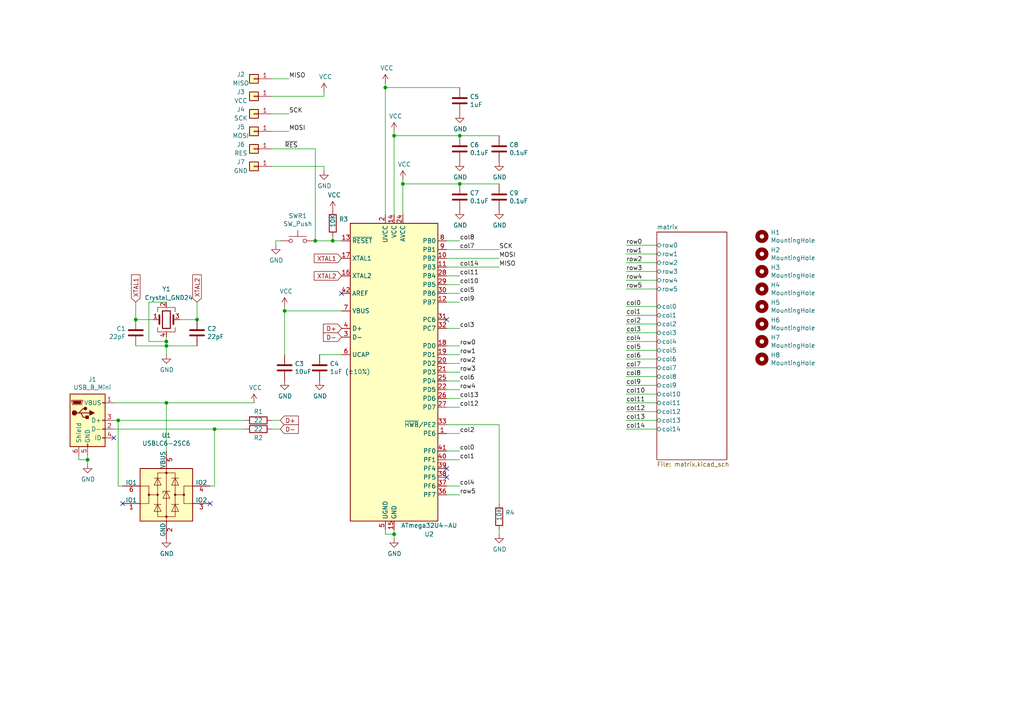
<source format=kicad_sch>
(kicad_sch (version 20211123) (generator eeschema)
  (paper "A4")
  (title_block (title "Adelheid") (rev "2.0") (company "floookay"))
  (lib_symbols
    (symbol "Connector:USB_B_Micro" (pin_names (offset 1.016))
      (property "Reference" "J" (at -5.08 11.43 0))
      (property "Value" "USB_B_Micro" (at -5.08 8.89 0))
      (symbol "USB_B_Micro_0_1"
        (rectangle (start -5.08 -7.62) (end 5.08 7.62) (stroke (width 0.254)) (fill (type background)))
        (circle (center -3.81 2.159) (radius 0.635) (stroke (width 0.254)) (fill (type outline)))
        (circle (center -0.635 3.429) (radius 0.381) (stroke (width 0.254)) (fill (type outline)))
        (rectangle (start -0.127 -7.62) (end 0.127 -6.858))
        (polyline (pts (xy -1.905 2.159) (xy 0.635 2.159)) (stroke (width 0.254)))
        (polyline (pts (xy -3.175 2.159) (xy -2.54 2.159) (xy -1.27 3.429) (xy -0.635 3.429)) (stroke (width 0.254)))
        (polyline (pts (xy -2.54 2.159) (xy -1.905 2.159) (xy -1.27 0.889) (xy 0 0.889)) (stroke (width 0.254)))
        (polyline (pts (xy 0.635 2.794) (xy 0.635 1.524) (xy 1.905 2.159) (xy 0.635 2.794)) (stroke (width 0.254)) (fill (type outline)))
        (polyline (pts (xy -4.318 5.588) (xy -1.778 5.588) (xy -2.032 4.826) (xy -4.064 4.826) (xy -4.318 5.588)) (fill (type outline)))
        (polyline (pts (xy -4.699 5.842) (xy -4.699 5.588) (xy -4.445 4.826) (xy -4.445 4.572) (xy -1.651 4.572) (xy -1.651 4.826) (xy -1.397 5.588) (xy -1.397 5.842) (xy -4.699 5.842)))
        (rectangle (start 0.254 1.27) (end -0.508 0.508) (stroke (width 0.254)) (fill (type outline)))
        (rectangle (start 5.08 -5.207) (end 4.318 -4.953))
        (rectangle (start 5.08 -2.667) (end 4.318 -2.413))
        (rectangle (start 5.08 -0.127) (end 4.318 0.127))
        (rectangle (start 5.08 4.953) (end 4.318 5.207))
      )
      (symbol "USB_B_Micro_1_1"
        (pin power_out line (at 7.62 5.08 180) (length 2.54) (name "VBUS") (number "1"))
        (pin bidirectional line (at 7.62 -2.54 180) (length 2.54) (name "D-") (number "2"))
        (pin bidirectional line (at 7.62 0 180) (length 2.54) (name "D+") (number "3"))
        (pin passive line (at 7.62 -5.08 180) (length 2.54) (name "ID") (number "4"))
        (pin power_out line (at 0 -10.16 90) (length 2.54) (name "GND") (number "5"))
        (pin passive line (at -2.54 -10.16 90) (length 2.54) (name "Shield") (number "6"))
      )
    )
    (symbol "Connector_Generic:Conn_01x01" (pin_names (offset 1.016) hide)
      (property "Reference" "J" (at 0 2.54 0))
      (property "Value" "Conn_01x01" (at 0 -2.54 0))
      (symbol "Conn_01x01_1_1"
        (rectangle (start -1.27 0.127) (end 0 -0.127) (stroke (width 0.1524)))
        (rectangle (start -1.27 1.27) (end 1.27 -1.27) (stroke (width 0.254)) (fill (type background)))
        (pin passive line (at -5.08 0 0) (length 3.81) (name "Pin_1") (number "1"))
      )
    )
    (symbol "Device:C" (pin_numbers hide) (pin_names (offset 0.254))
      (property "Reference" "C" (at 0.635 2.54 0))
      (property "Value" "C" (at 0.635 -2.54 0))
      (symbol "C_0_1"
        (polyline (pts (xy -2.032 -0.762) (xy 2.032 -0.762)) (stroke (width 0.508)))
        (polyline (pts (xy -2.032 0.762) (xy 2.032 0.762)) (stroke (width 0.508)))
      )
      (symbol "C_1_1"
        (pin passive line (at 0 3.81 270) (length 2.794) (name "~") (number "1"))
        (pin passive line (at 0 -3.81 90) (length 2.794) (name "~") (number "2"))
      )
    )
    (symbol "Device:Crystal_GND24" (pin_names (offset 1.016) hide)
      (property "Reference" "Y" (at 3.175 5.08 0))
      (property "Value" "Crystal_GND24" (at 3.175 3.175 0))
      (symbol "Crystal_GND24_0_1"
        (rectangle (start -1.143 2.54) (end 1.143 -2.54) (stroke (width 0.3048)))
        (polyline (pts (xy -2.54 0) (xy -2.032 0)))
        (polyline (pts (xy -2.032 -1.27) (xy -2.032 1.27)) (stroke (width 0.508)))
        (polyline (pts (xy 0 -3.81) (xy 0 -3.556)))
        (polyline (pts (xy 0 3.556) (xy 0 3.81)))
        (polyline (pts (xy 2.032 -1.27) (xy 2.032 1.27)) (stroke (width 0.508)))
        (polyline (pts (xy 2.032 0) (xy 2.54 0)))
        (polyline (pts (xy -2.54 -2.286) (xy -2.54 -3.556) (xy 2.54 -3.556) (xy 2.54 -2.286)))
        (polyline (pts (xy -2.54 2.286) (xy -2.54 3.556) (xy 2.54 3.556) (xy 2.54 2.286)))
      )
      (symbol "Crystal_GND24_1_1"
        (pin passive line (at -3.81 0 0) (length 1.27) (name "1") (number "1"))
        (pin passive line (at 0 5.08 270) (length 1.27) (name "2") (number "2"))
        (pin passive line (at 3.81 0 180) (length 1.27) (name "3") (number "3"))
        (pin passive line (at 0 -5.08 90) (length 1.27) (name "4") (number "4"))
      )
    )
    (symbol "Device:R" (pin_numbers hide) (pin_names (offset 0))
      (property "Reference" "R" (at 2.032 0 90))
      (property "Value" "R" (at 0 0 90))
      (symbol "R_0_1"
        (rectangle (start -1.016 -2.54) (end 1.016 2.54) (stroke (width 0.254)))
      )
      (symbol "R_1_1"
        (pin passive line (at 0 3.81 270) (length 1.27) (name "~") (number "1"))
        (pin passive line (at 0 -3.81 90) (length 1.27) (name "~") (number "2"))
      )
    )
    (symbol "Mechanical:MountingHole" (pin_names (offset 1.016))
      (property "Reference" "H" (at 0 5.08 0))
      (property "Value" "MountingHole" (at 0 3.175 0))
      (symbol "MountingHole_0_1"
        (circle (center 0 0) (radius 1.27) (stroke (width 1.27)))
      )
    )
    (symbol "Switch:SW_Push" (pin_numbers hide) (pin_names (offset 1.016) hide)
      (property "Reference" "SW" (at 1.27 2.54 0))
      (property "Value" "SW_Push" (at 0 -1.524 0))
      (symbol "SW_Push_0_1"
        (circle (center -2.032 0) (radius 0.508))
        (polyline (pts (xy 0 1.27) (xy 0 3.048)))
        (polyline (pts (xy 2.54 1.27) (xy -2.54 1.27)))
        (circle (center 2.032 0) (radius 0.508))
        (pin passive line (at -5.08 0 0) (length 2.54) (name "1") (number "1"))
        (pin passive line (at 5.08 0 180) (length 2.54) (name "2") (number "2"))
      )
    )
    (symbol "adelheid-rescue:ATmega32U4-AU-MCU_Microchip_ATmega"
      (property "Reference" "U" (at -12.7 44.45 0))
      (property "Value" "ATmega32U4-AU-MCU_Microchip_ATmega" (at 2.54 -44.45 0))
      (symbol "ATmega32U4-AU-MCU_Microchip_ATmega_0_1"
        (rectangle (start -12.7 -43.18) (end 12.7 43.18) (stroke (width 0.254)) (fill (type background)))
      )
      (symbol "ATmega32U4-AU-MCU_Microchip_ATmega_1_1"
        (pin tri_state line (at 15.24 -17.78 180) (length 2.54) (name "PE6") (number "1"))
        (pin tri_state line (at 15.24 33.02 180) (length 2.54) (name "PB2") (number "10"))
        (pin tri_state line (at 15.24 30.48 180) (length 2.54) (name "PB3") (number "11"))
        (pin tri_state line (at 15.24 20.32 180) (length 2.54) (name "PB7") (number "12"))
        (pin input line (at -15.24 38.1 0) (length 2.54) (name "~{RESET}") (number "13"))
        (pin power_in line (at 0 45.72 270) (length 2.54) (name "VCC") (number "14"))
        (pin power_in line (at 0 -45.72 90) (length 2.54) (name "GND") (number "15"))
        (pin output line (at -15.24 27.94 0) (length 2.54) (name "XTAL2") (number "16"))
        (pin input line (at -15.24 33.02 0) (length 2.54) (name "XTAL1") (number "17"))
        (pin tri_state line (at 15.24 7.62 180) (length 2.54) (name "PD0") (number "18"))
        (pin tri_state line (at 15.24 5.08 180) (length 2.54) (name "PD1") (number "19"))
        (pin power_in line (at -2.54 45.72 270) (length 2.54) (name "UVCC") (number "2"))
        (pin tri_state line (at 15.24 2.54 180) (length 2.54) (name "PD2") (number "20"))
        (pin tri_state line (at 15.24 0 180) (length 2.54) (name "PD3") (number "21"))
        (pin tri_state line (at 15.24 -5.08 180) (length 2.54) (name "PD5") (number "22"))
        (pin passive line (at 0 -45.72 90) (length 2.54) hide (name "GND") (number "23"))
        (pin power_in line (at 2.54 45.72 270) (length 2.54) (name "AVCC") (number "24"))
        (pin tri_state line (at 15.24 -2.54 180) (length 2.54) (name "PD4") (number "25"))
        (pin tri_state line (at 15.24 -7.62 180) (length 2.54) (name "PD6") (number "26"))
        (pin tri_state line (at 15.24 -10.16 180) (length 2.54) (name "PD7") (number "27"))
        (pin tri_state line (at 15.24 27.94 180) (length 2.54) (name "PB4") (number "28"))
        (pin tri_state line (at 15.24 25.4 180) (length 2.54) (name "PB5") (number "29"))
        (pin bidirectional line (at -15.24 10.16 0) (length 2.54) (name "D-") (number "3"))
        (pin tri_state line (at 15.24 22.86 180) (length 2.54) (name "PB6") (number "30"))
        (pin tri_state line (at 15.24 15.24 180) (length 2.54) (name "PC6") (number "31"))
        (pin tri_state line (at 15.24 12.7 180) (length 2.54) (name "PC7") (number "32"))
        (pin tri_state line (at 15.24 -15.24 180) (length 2.54) (name "~{HWB}/PE2") (number "33"))
        (pin passive line (at 0 45.72 270) (length 2.54) hide (name "VCC") (number "34"))
        (pin passive line (at 0 -45.72 90) (length 2.54) hide (name "GND") (number "35"))
        (pin tri_state line (at 15.24 -35.56 180) (length 2.54) (name "PF7") (number "36"))
        (pin tri_state line (at 15.24 -33.02 180) (length 2.54) (name "PF6") (number "37"))
        (pin tri_state line (at 15.24 -30.48 180) (length 2.54) (name "PF5") (number "38"))
        (pin tri_state line (at 15.24 -27.94 180) (length 2.54) (name "PF4") (number "39"))
        (pin bidirectional line (at -15.24 12.7 0) (length 2.54) (name "D+") (number "4"))
        (pin tri_state line (at 15.24 -25.4 180) (length 2.54) (name "PF1") (number "40"))
        (pin tri_state line (at 15.24 -22.86 180) (length 2.54) (name "PF0") (number "41"))
        (pin passive line (at -15.24 22.86 0) (length 2.54) (name "AREF") (number "42"))
        (pin passive line (at 0 -45.72 90) (length 2.54) hide (name "GND") (number "43"))
        (pin passive line (at 2.54 45.72 270) (length 2.54) hide (name "AVCC") (number "44"))
        (pin passive line (at -2.54 -45.72 90) (length 2.54) (name "UGND") (number "5"))
        (pin passive line (at -15.24 5.08 0) (length 2.54) (name "UCAP") (number "6"))
        (pin input line (at -15.24 17.78 0) (length 2.54) (name "VBUS") (number "7"))
        (pin tri_state line (at 15.24 38.1 180) (length 2.54) (name "PB0") (number "8"))
        (pin tri_state line (at 15.24 35.56 180) (length 2.54) (name "PB1") (number "9"))
      )
    )
    (symbol "adelheid-rescue:USBLC6-2SC6-Power_Protection" (pin_names (offset 0))
      (property "Reference" "U" (at 5.08 8.89 0))
      (property "Value" "USBLC6-2SC6-Power_Protection" (at 10.16 -10.16 0))
      (symbol "USBLC6-2SC6-Power_Protection_0_1"
        (rectangle (start -7.62 -7.62) (end 7.62 7.62) (stroke (width 0.254)) (fill (type background)))
        (circle (center -5.08 0) (radius 0.254) (fill (type outline)))
        (circle (center -2.54 0) (radius 0.254) (fill (type outline)))
        (rectangle (start -2.54 6.35) (end 2.54 -6.35))
        (circle (center 0 -6.35) (radius 0.254) (fill (type outline)))
        (polyline (pts (xy -5.08 -2.54) (xy -7.62 -2.54)))
        (polyline (pts (xy -5.08 0) (xy -5.08 -2.54)))
        (polyline (pts (xy -5.08 2.54) (xy -7.62 2.54)))
        (polyline (pts (xy -1.524 -2.794) (xy -3.556 -2.794)))
        (polyline (pts (xy -1.524 4.826) (xy -3.556 4.826)))
        (polyline (pts (xy 0 -7.62) (xy 0 -6.35)))
        (polyline (pts (xy 0 -6.35) (xy 0 1.27)))
        (polyline (pts (xy 0 1.27) (xy 0 6.35)))
        (polyline (pts (xy 0 6.35) (xy 0 7.62)))
        (polyline (pts (xy 1.524 -2.794) (xy 3.556 -2.794)))
        (polyline (pts (xy 1.524 4.826) (xy 3.556 4.826)))
        (polyline (pts (xy 5.08 -2.54) (xy 7.62 -2.54)))
        (polyline (pts (xy 5.08 0) (xy 5.08 -2.54)))
        (polyline (pts (xy 5.08 2.54) (xy 7.62 2.54)))
        (polyline (pts (xy -2.54 0) (xy -5.08 0) (xy -5.08 2.54)))
        (polyline (pts (xy 2.54 0) (xy 5.08 0) (xy 5.08 2.54)))
        (polyline (pts (xy -3.556 -4.826) (xy -1.524 -4.826) (xy -2.54 -2.794) (xy -3.556 -4.826)))
        (polyline (pts (xy -3.556 2.794) (xy -1.524 2.794) (xy -2.54 4.826) (xy -3.556 2.794)))
        (polyline (pts (xy -1.016 -1.016) (xy 1.016 -1.016) (xy 0 1.016) (xy -1.016 -1.016)))
        (polyline (pts (xy 1.016 1.016) (xy 0.762 1.016) (xy -1.016 1.016) (xy -1.016 0.508)))
        (polyline (pts (xy 3.556 -4.826) (xy 1.524 -4.826) (xy 2.54 -2.794) (xy 3.556 -4.826)))
        (polyline (pts (xy 3.556 2.794) (xy 1.524 2.794) (xy 2.54 4.826) (xy 3.556 2.794)))
        (circle (center 0 6.35) (radius 0.254) (fill (type outline)))
        (circle (center 2.54 0) (radius 0.254) (fill (type outline)))
        (circle (center 5.08 0) (radius 0.254) (fill (type outline)))
      )
      (symbol "USBLC6-2SC6-Power_Protection_1_1"
        (pin passive line (at -12.7 -2.54 0) (length 5.08) (name "IO1") (number "1"))
        (pin passive line (at 0 -12.7 90) (length 5.08) (name "GND") (number "2"))
        (pin passive line (at 12.7 -2.54 180) (length 5.08) (name "IO2") (number "3"))
        (pin passive line (at 12.7 2.54 180) (length 5.08) (name "IO2") (number "4"))
        (pin passive line (at 0 12.7 270) (length 5.08) (name "VBUS") (number "5"))
        (pin passive line (at -12.7 2.54 0) (length 5.08) (name "IO1") (number "6"))
      )
    )
    (symbol "power:GND" (power) (pin_names (offset 0))
      (property "Value" "GND" (at 0 -3.81 0))
      (symbol "GND_0_1"
        (polyline (pts (xy 0 0) (xy 0 -1.27) (xy 1.27 -1.27) (xy 0 -2.54) (xy -1.27 -1.27) (xy 0 -1.27)))
      )
      (symbol "GND_1_1"
        (pin power_in line (at 0 0 270) (length 0) hide (name "GND") (number "1"))
      )
    )
    (symbol "power:VCC" (power) (pin_names (offset 0))
      (property "Value" "VCC" (at 0 3.81 0))
      (symbol "VCC_0_1"
        (polyline (pts (xy -0.762 1.27) (xy 0 2.54)))
        (polyline (pts (xy 0 0) (xy 0 2.54)))
        (polyline (pts (xy 0 2.54) (xy 0.762 1.27)))
      )
      (symbol "VCC_1_1"
        (pin power_in line (at 0 0 90) (length 0) hide (name "VCC") (number "1"))
      )
    )
  )
  (junction (at 34.29 121.92))
  (junction (at 133.35 39.37))
  (junction (at 116.84 53.34))
  (junction (at 91.44 69.85))
  (junction (at 133.35 53.34))
  (junction (at 39.37 92.71))
  (junction (at 82.55 90.17))
  (junction (at 57.15 92.71))
  (junction (at 96.52 69.85))
  (junction (at 48.26 99.06))
  (junction (at 48.26 100.33))
  (junction (at 114.3 39.37))
  (junction (at 111.76 25.4))
  (junction (at 114.3 154.94))
  (junction (at 48.26 116.84))
  (junction (at 62.23 124.46))
  (junction (at 25.4 133.35))
  (no_connect (at 99.06 85.09))
  (no_connect (at 129.54 92.71))
  (no_connect (at 129.54 135.89))
  (no_connect (at 129.54 138.43))
  (no_connect (at 35.56 146.05))
  (no_connect (at 33.02 127))
  (no_connect (at 60.96 146.05))
  (wire (pts (xy 48.26 100.33) (xy 48.26 99.06)))
  (wire (pts (xy 129.54 69.85) (xy 133.35 69.85)))
  (wire (pts (xy 111.76 153.67) (xy 111.76 154.94)))
  (wire (pts (xy 62.23 124.46) (xy 71.12 124.46)))
  (wire (pts (xy 129.54 72.39) (xy 144.78 72.39)))
  (wire (pts (xy 129.54 125.73) (xy 133.35 125.73)))
  (wire (pts (xy 133.35 53.34) (xy 144.78 53.34)))
  (wire (pts (xy 181.61 93.98) (xy 190.5 93.98)))
  (wire (pts (xy 181.61 109.22) (xy 190.5 109.22)))
  (wire (pts (xy 57.15 100.33) (xy 48.26 100.33)))
  (wire (pts (xy 111.76 154.94) (xy 114.3 154.94)))
  (wire (pts (xy 181.61 99.06) (xy 190.5 99.06)))
  (wire (pts (xy 129.54 105.41) (xy 133.35 105.41)))
  (wire (pts (xy 33.02 121.92) (xy 34.29 121.92)))
  (wire (pts (xy 181.61 96.52) (xy 190.5 96.52)))
  (wire (pts (xy 39.37 100.33) (xy 48.26 100.33)))
  (wire (pts (xy 78.74 33.02) (xy 83.82 33.02)))
  (wire (pts (xy 78.74 124.46) (xy 81.28 124.46)))
  (wire (pts (xy 39.37 92.71) (xy 39.37 87.63)))
  (wire (pts (xy 92.71 102.87) (xy 99.06 102.87)))
  (wire (pts (xy 48.26 99.06) (xy 48.26 97.79)))
  (wire (pts (xy 181.61 116.84) (xy 190.5 116.84)))
  (wire (pts (xy 33.02 116.84) (xy 48.26 116.84)))
  (wire (pts (xy 144.78 154.94) (xy 144.78 153.67)))
  (wire (pts (xy 25.4 132.08) (xy 25.4 133.35)))
  (wire (pts (xy 129.54 85.09) (xy 133.35 85.09)))
  (wire (pts (xy 111.76 24.13) (xy 111.76 25.4)))
  (wire (pts (xy 82.55 90.17) (xy 82.55 88.9)))
  (wire (pts (xy 181.61 78.74) (xy 190.5 78.74)))
  (wire (pts (xy 78.74 27.94) (xy 93.98 27.94)))
  (wire (pts (xy 129.54 110.49) (xy 133.35 110.49)))
  (wire (pts (xy 60.96 140.97) (xy 62.23 140.97)))
  (wire (pts (xy 35.56 140.97) (xy 34.29 140.97)))
  (wire (pts (xy 129.54 100.33) (xy 133.35 100.33)))
  (wire (pts (xy 181.61 101.6) (xy 190.5 101.6)))
  (wire (pts (xy 91.44 69.85) (xy 96.52 69.85)))
  (wire (pts (xy 181.61 91.44) (xy 190.5 91.44)))
  (wire (pts (xy 39.37 92.71) (xy 44.45 92.71)))
  (wire (pts (xy 129.54 102.87) (xy 133.35 102.87)))
  (wire (pts (xy 99.06 90.17) (xy 82.55 90.17)))
  (wire (pts (xy 129.54 95.25) (xy 133.35 95.25)))
  (wire (pts (xy 129.54 133.35) (xy 133.35 133.35)))
  (wire (pts (xy 129.54 143.51) (xy 133.35 143.51)))
  (wire (pts (xy 133.35 25.4) (xy 111.76 25.4)))
  (wire (pts (xy 144.78 123.19) (xy 144.78 146.05)))
  (wire (pts (xy 116.84 53.34) (xy 116.84 62.23)))
  (wire (pts (xy 96.52 68.58) (xy 96.52 69.85)))
  (wire (pts (xy 91.44 43.18) (xy 91.44 69.85)))
  (wire (pts (xy 129.54 140.97) (xy 133.35 140.97)))
  (wire (pts (xy 114.3 153.67) (xy 114.3 154.94)))
  (wire (pts (xy 114.3 38.1) (xy 114.3 39.37)))
  (wire (pts (xy 181.61 119.38) (xy 190.5 119.38)))
  (wire (pts (xy 129.54 123.19) (xy 144.78 123.19)))
  (wire (pts (xy 116.84 53.34) (xy 133.35 53.34)))
  (wire (pts (xy 181.61 114.3) (xy 190.5 114.3)))
  (wire (pts (xy 93.98 27.94) (xy 93.98 26.67)))
  (wire (pts (xy 78.74 22.86) (xy 83.82 22.86)))
  (wire (pts (xy 33.02 124.46) (xy 62.23 124.46)))
  (wire (pts (xy 181.61 106.68) (xy 190.5 106.68)))
  (wire (pts (xy 57.15 92.71) (xy 57.15 87.63)))
  (wire (pts (xy 181.61 83.82) (xy 190.5 83.82)))
  (wire (pts (xy 93.98 48.26) (xy 93.98 49.53)))
  (wire (pts (xy 114.3 154.94) (xy 114.3 156.21)))
  (wire (pts (xy 129.54 80.01) (xy 133.35 80.01)))
  (wire (pts (xy 82.55 90.17) (xy 82.55 102.87)))
  (wire (pts (xy 78.74 38.1) (xy 83.82 38.1)))
  (wire (pts (xy 116.84 52.07) (xy 116.84 53.34)))
  (wire (pts (xy 78.74 121.92) (xy 81.28 121.92)))
  (wire (pts (xy 129.54 82.55) (xy 133.35 82.55)))
  (wire (pts (xy 48.26 116.84) (xy 73.66 116.84)))
  (wire (pts (xy 48.26 102.87) (xy 48.26 100.33)))
  (wire (pts (xy 78.74 43.18) (xy 91.44 43.18)))
  (wire (pts (xy 181.61 124.46) (xy 190.5 124.46)))
  (wire (pts (xy 48.26 116.84) (xy 48.26 130.81)))
  (wire (pts (xy 190.5 73.66) (xy 181.61 73.66)))
  (wire (pts (xy 25.4 133.35) (xy 25.4 134.62)))
  (wire (pts (xy 22.86 132.08) (xy 22.86 133.35)))
  (wire (pts (xy 181.61 88.9) (xy 190.5 88.9)))
  (wire (pts (xy 181.61 111.76) (xy 190.5 111.76)))
  (wire (pts (xy 62.23 140.97) (xy 62.23 124.46)))
  (wire (pts (xy 129.54 118.11) (xy 133.35 118.11)))
  (wire (pts (xy 43.18 99.06) (xy 48.26 99.06)))
  (wire (pts (xy 96.52 69.85) (xy 99.06 69.85)))
  (wire (pts (xy 52.07 92.71) (xy 57.15 92.71)))
  (wire (pts (xy 129.54 113.03) (xy 133.35 113.03)))
  (wire (pts (xy 48.26 87.63) (xy 43.18 87.63)))
  (wire (pts (xy 114.3 39.37) (xy 133.35 39.37)))
  (wire (pts (xy 129.54 77.47) (xy 144.78 77.47)))
  (wire (pts (xy 111.76 25.4) (xy 111.76 62.23)))
  (wire (pts (xy 80.01 69.85) (xy 80.01 71.12)))
  (wire (pts (xy 129.54 115.57) (xy 133.35 115.57)))
  (wire (pts (xy 190.5 71.12) (xy 181.61 71.12)))
  (wire (pts (xy 133.35 39.37) (xy 144.78 39.37)))
  (wire (pts (xy 181.61 76.2) (xy 190.5 76.2)))
  (wire (pts (xy 114.3 39.37) (xy 114.3 62.23)))
  (wire (pts (xy 129.54 74.93) (xy 144.78 74.93)))
  (wire (pts (xy 181.61 104.14) (xy 190.5 104.14)))
  (wire (pts (xy 22.86 133.35) (xy 25.4 133.35)))
  (wire (pts (xy 129.54 107.95) (xy 133.35 107.95)))
  (wire (pts (xy 129.54 87.63) (xy 133.35 87.63)))
  (wire (pts (xy 78.74 48.26) (xy 93.98 48.26)))
  (wire (pts (xy 81.28 69.85) (xy 80.01 69.85)))
  (wire (pts (xy 34.29 121.92) (xy 71.12 121.92)))
  (wire (pts (xy 43.18 87.63) (xy 43.18 99.06)))
  (wire (pts (xy 34.29 140.97) (xy 34.29 121.92)))
  (wire (pts (xy 181.61 121.92) (xy 190.5 121.92)))
  (wire (pts (xy 129.54 130.81) (xy 133.35 130.81)))
  (wire (pts (xy 181.61 81.28) (xy 190.5 81.28)))
  (label "col4" (at 133.35 140.97 0))
  (label "row2" (at 181.61 76.2 0))
  (label "col1" (at 181.61 91.44 0))
  (label "SCK" (at 83.82 33.02 0))
  (label "col2" (at 133.35 125.73 0))
  (label "col12" (at 133.35 118.11 0))
  (label "MOSI" (at 83.82 38.1 0))
  (label "col3" (at 181.61 96.52 0))
  (label "~{RES}" (at 82.55 43.18 0))
  (label "col9" (at 181.61 111.76 0))
  (label "col7" (at 181.61 106.68 0))
  (label "col14" (at 181.61 124.46 0))
  (label "col14" (at 133.35 77.47 0))
  (label "col7" (at 133.35 72.39 0))
  (label "col10" (at 181.61 114.3 0))
  (label "col0" (at 133.35 130.81 0))
  (label "col6" (at 181.61 104.14 0))
  (label "col6" (at 133.35 110.49 0))
  (label "row4" (at 181.61 81.28 0))
  (label "col11" (at 181.61 116.84 0))
  (label "SCK" (at 144.78 72.39 0))
  (label "row1" (at 133.35 102.87 0))
  (label "MOSI" (at 144.78 74.93 0))
  (label "col11" (at 133.35 80.01 0))
  (label "row1" (at 181.61 73.66 0))
  (label "row0" (at 181.61 71.12 0))
  (label "row3" (at 133.35 107.95 0))
  (label "col9" (at 133.35 87.63 0))
  (label "col8" (at 181.61 109.22 0))
  (label "row5" (at 181.61 83.82 0))
  (label "row0" (at 133.35 100.33 0))
  (label "row3" (at 181.61 78.74 0))
  (label "col1" (at 133.35 133.35 0))
  (label "col5" (at 133.35 85.09 0))
  (label "col0" (at 181.61 88.9 0))
  (label "MISO" (at 83.82 22.86 0))
  (label "col12" (at 181.61 119.38 0))
  (label "col2" (at 181.61 93.98 0))
  (label "col5" (at 181.61 101.6 0))
  (label "col13" (at 181.61 121.92 0))
  (label "row4" (at 133.35 113.03 0))
  (label "col13" (at 133.35 115.57 0))
  (label "col10" (at 133.35 82.55 0))
  (label "MISO" (at 144.78 77.47 0))
  (label "row2" (at 133.35 105.41 0))
  (label "col8" (at 133.35 69.85 0))
  (label "col3" (at 133.35 95.25 0))
  (label "row5" (at 133.35 143.51 0))
  (label "col4" (at 181.61 99.06 0))
  (global_label "XTAL1" (shape input) (at 99.06 74.93 180) (property "Intersheet References" "${INTERSHEET_REFS}" (effects hide)))
  (global_label "D-" (shape input) (at 99.06 97.79 180) (property "Intersheet References" "${INTERSHEET_REFS}" (effects hide)))
  (global_label "D+" (shape input) (at 81.28 121.92 0) (property "Intersheet References" "${INTERSHEET_REFS}" (effects hide)))
  (global_label "D-" (shape input) (at 81.28 124.46 0) (property "Intersheet References" "${INTERSHEET_REFS}" (effects hide)))
  (global_label "D+" (shape input) (at 99.06 95.25 180) (property "Intersheet References" "${INTERSHEET_REFS}" (effects hide)))
  (global_label "XTAL2" (shape input) (at 99.06 80.01 180) (property "Intersheet References" "${INTERSHEET_REFS}" (effects hide)))
  (global_label "XTAL1" (shape input) (at 39.37 87.63 90) (property "Intersheet References" "${INTERSHEET_REFS}" (effects hide)))
  (global_label "XTAL2" (shape input) (at 57.15 87.63 90) (property "Intersheet References" "${INTERSHEET_REFS}" (effects hide)))
  (symbol (lib_id "adelheid-rescue:ATmega32U4-AU-MCU_Microchip_ATmega") (at 114.3 107.95 0) (unit 1)
    (property "Reference" "U2" (at 124.46 154.94 0))
    (property "Value" "ATmega32U4-AU" (at 124.46 152.4 0))
    (property "Footprint" "Housings_QFP:TQFP-44_10x10mm_Pitch0.8mm" (effects hide))
    (property "Datasheet" "http://ww1.microchip.com/downloads/en/DeviceDoc/Atmel-7766-8-bit-AVR-ATmega16U4-32U4_Datasheet.pdf" (effects hide))
  )
  (symbol (lib_id "Connector:USB_B_Micro") (at 25.4 121.92 0) (unit 1)
    (property "Reference" "J1" (at 26.797 110.0582 0))
    (property "Value" "USB_B_Mini" (at 26.797 112.3696 0))
    (property "Footprint" "Keebio-Parts:USB-Mini-B_2leg" (effects hide))
  )
  (symbol (lib_id "adelheid-rescue:USBLC6-2SC6-Power_Protection") (at 48.26 143.51 0) (unit 1)
    (property "Reference" "U1" (at 48.26 126.2888 0))
    (property "Value" "USBLC6-2SC6" (at 48.26 128.6002 0))
    (property "Footprint" "TO_SOT_Packages_SMD:SOT-23-6_Handsoldering" (effects hide))
    (property "Datasheet" "http://www2.st.com/resource/en/datasheet/CD00050750.pdf" (effects hide))
  )
  (symbol (lib_id "Device:R") (at 74.93 121.92 270) (unit 1)
    (property "Reference" "R1" (at 74.93 119.38 90))
    (property "Value" "22" (at 74.93 121.92 90))
    (property "Footprint" "Resistor_SMD:R_0805_2012Metric_Pad1.15x1.40mm_HandSolder" (effects hide))
  )
  (symbol (lib_id "Device:R") (at 74.93 124.46 270) (unit 1)
    (property "Reference" "R2" (at 74.93 127 90))
    (property "Value" "22" (at 74.93 124.46 90))
    (property "Footprint" "Resistor_SMD:R_0805_2012Metric_Pad1.15x1.40mm_HandSolder" (effects hide))
  )
  (symbol (lib_id "power:VCC") (at 73.66 116.84 0) (unit 1)
    (property "Reference" "#PWR0101" (effects hide))
    (property "Value" "VCC" (at 74.0918 112.4458 0))
  )
  (symbol (lib_id "power:GND") (at 25.4 134.62 0) (unit 1)
    (property "Reference" "#PWR0102" (effects hide))
    (property "Value" "GND" (at 25.527 139.0142 0))
  )
  (symbol (lib_id "power:GND") (at 48.26 156.21 0) (unit 1)
    (property "Reference" "#PWR0103" (effects hide))
    (property "Value" "GND" (at 48.387 160.6042 0))
  )
  (symbol (lib_id "Device:C") (at 92.71 106.68 0) (unit 1)
    (property "Reference" "C4" (at 95.631 105.5116 0) (effects (justify left)))
    (property "Value" "1uF (±10%)" (at 95.631 107.823 0) (effects (justify left)))
    (property "Footprint" "Capacitors_SMD:C_0805_HandSoldering" (effects hide))
  )
  (symbol (lib_id "power:GND") (at 92.71 110.49 0) (unit 1)
    (property "Reference" "#PWR0104" (effects hide))
    (property "Value" "GND" (at 92.837 114.8842 0))
  )
  (symbol (lib_id "Device:Crystal_GND24") (at 48.26 92.71 0) (unit 1)
    (property "Reference" "Y1" (at 46.99 83.82 0) (effects (justify left)))
    (property "Value" "Crystal_GND24" (at 41.91 86.36 0) (effects (justify left)))
    (property "Footprint" "Crystals:Crystal_SMD_SeikoEpson_FA238-4pin_3.2x2.5mm_HandSoldering" (effects hide))
  )
  (symbol (lib_id "Device:C") (at 39.37 96.52 0) (mirror x) (unit 1)
    (property "Reference" "C1" (at 36.4744 95.3516 0) (effects (justify right)))
    (property "Value" "22pF" (at 36.4744 97.663 0) (effects (justify right)))
    (property "Footprint" "Capacitors_SMD:C_0805_HandSoldering" (effects hide))
  )
  (symbol (lib_id "Device:C") (at 57.15 96.52 0) (unit 1)
    (property "Reference" "C2" (at 60.071 95.3516 0) (effects (justify left)))
    (property "Value" "22pF" (at 60.071 97.663 0) (effects (justify left)))
    (property "Footprint" "Capacitors_SMD:C_0805_HandSoldering" (effects hide))
  )
  (symbol (lib_id "power:GND") (at 48.26 102.87 0) (unit 1)
    (property "Reference" "#PWR0105" (effects hide))
    (property "Value" "GND" (at 48.387 107.2642 0))
  )
  (symbol (lib_id "power:VCC") (at 82.55 88.9 0) (unit 1)
    (property "Reference" "#PWR0106" (effects hide))
    (property "Value" "VCC" (at 82.9818 84.5058 0))
  )
  (symbol (lib_id "Device:C") (at 82.55 106.68 0) (unit 1)
    (property "Reference" "C3" (at 85.471 105.5116 0) (effects (justify left)))
    (property "Value" "10uF" (at 85.471 107.823 0) (effects (justify left)))
    (property "Footprint" "Capacitors_SMD:C_0805_HandSoldering" (effects hide))
  )
  (symbol (lib_id "power:GND") (at 82.55 110.49 0) (unit 1)
    (property "Reference" "#PWR0107" (effects hide))
    (property "Value" "GND" (at 82.677 114.8842 0))
  )
  (symbol (lib_id "Switch:SW_Push") (at 86.36 69.85 0) (unit 1)
    (property "Reference" "SWR1" (at 86.36 62.611 0))
    (property "Value" "SW_Push" (at 86.36 64.9224 0))
    (property "Footprint" "Buttons_Switches_SMD:SW_SPST_TL3342" (effects hide))
  )
  (symbol (lib_id "power:GND") (at 80.01 71.12 0) (unit 1)
    (property "Reference" "#PWR0108" (effects hide))
    (property "Value" "GND" (at 80.137 75.5142 0))
  )
  (symbol (lib_id "Device:R") (at 96.52 64.77 0) (unit 1)
    (property "Reference" "R3" (at 98.298 63.6016 0) (effects (justify left)))
    (property "Value" "10K" (at 96.52 66.04 90) (effects (justify left)))
    (property "Footprint" "Resistor_SMD:R_0805_2012Metric_Pad1.15x1.40mm_HandSolder" (effects hide))
  )
  (symbol (lib_id "power:VCC") (at 96.52 60.96 0) (unit 1)
    (property "Reference" "#PWR0109" (effects hide))
    (property "Value" "VCC" (at 96.9518 56.5658 0))
  )
  (symbol (lib_id "power:GND") (at 133.35 33.02 0) (unit 1)
    (property "Reference" "#PWR0113" (effects hide))
    (property "Value" "GND" (at 133.477 37.4142 0))
  )
  (symbol (lib_id "power:VCC") (at 111.76 24.13 0) (unit 1)
    (property "Reference" "#PWR0110" (effects hide))
    (property "Value" "VCC" (at 112.1918 19.7358 0))
  )
  (symbol (lib_id "power:GND") (at 144.78 60.96 0) (unit 1)
    (property "Reference" "#PWR0111" (effects hide))
    (property "Value" "GND" (at 144.907 65.3542 0))
  )
  (symbol (lib_id "power:GND") (at 144.78 46.99 0) (unit 1)
    (property "Reference" "#PWR0112" (effects hide))
    (property "Value" "GND" (at 144.907 51.3842 0))
  )
  (symbol (lib_id "Device:C") (at 133.35 29.21 0) (unit 1)
    (property "Reference" "C5" (at 136.271 28.0416 0) (effects (justify left)))
    (property "Value" "1uF" (at 136.271 30.353 0) (effects (justify left)))
    (property "Footprint" "Capacitors_SMD:C_0805_HandSoldering" (effects hide))
  )
  (symbol (lib_id "Device:C") (at 133.35 43.18 0) (unit 1)
    (property "Reference" "C6" (at 136.271 42.0116 0) (effects (justify left)))
    (property "Value" "0.1uF" (at 136.271 44.323 0) (effects (justify left)))
    (property "Footprint" "Capacitors_SMD:C_0805_HandSoldering" (effects hide))
  )
  (symbol (lib_id "power:GND") (at 133.35 46.99 0) (unit 1)
    (property "Reference" "#PWR0114" (effects hide))
    (property "Value" "GND" (at 133.477 51.3842 0))
  )
  (symbol (lib_id "Device:C") (at 144.78 43.18 0) (unit 1)
    (property "Reference" "C8" (at 147.701 42.0116 0) (effects (justify left)))
    (property "Value" "0.1uF" (at 147.701 44.323 0) (effects (justify left)))
    (property "Footprint" "Capacitors_SMD:C_0805_HandSoldering" (effects hide))
  )
  (symbol (lib_id "Device:C") (at 133.35 57.15 0) (unit 1)
    (property "Reference" "C7" (at 136.271 55.9816 0) (effects (justify left)))
    (property "Value" "0.1uF" (at 136.271 58.293 0) (effects (justify left)))
    (property "Footprint" "Capacitors_SMD:C_0805_HandSoldering" (effects hide))
  )
  (symbol (lib_id "power:GND") (at 133.35 60.96 0) (unit 1)
    (property "Reference" "#PWR0115" (effects hide))
    (property "Value" "GND" (at 133.477 65.3542 0))
  )
  (symbol (lib_id "Device:C") (at 144.78 57.15 0) (unit 1)
    (property "Reference" "C9" (at 147.701 55.9816 0) (effects (justify left)))
    (property "Value" "0.1uF" (at 147.701 58.293 0) (effects (justify left)))
    (property "Footprint" "Capacitors_SMD:C_0805_HandSoldering" (effects hide))
  )
  (symbol (lib_id "Device:R") (at 144.78 149.86 0) (unit 1)
    (property "Reference" "R4" (at 146.558 148.6916 0) (effects (justify left)))
    (property "Value" "10K" (at 144.78 151.13 90) (effects (justify left)))
    (property "Footprint" "Resistor_SMD:R_0805_2012Metric_Pad1.15x1.40mm_HandSolder" (effects hide))
  )
  (symbol (lib_id "power:GND") (at 144.78 154.94 0) (unit 1)
    (property "Reference" "#PWR0119" (effects hide))
    (property "Value" "GND" (at 144.907 159.3342 0))
  )
  (symbol (lib_id "power:GND") (at 114.3 156.21 0) (unit 1)
    (property "Reference" "#PWR0116" (effects hide))
    (property "Value" "GND" (at 114.427 160.6042 0))
  )
  (symbol (lib_id "power:VCC") (at 114.3 38.1 0) (unit 1)
    (property "Reference" "#PWR0117" (effects hide))
    (property "Value" "VCC" (at 114.7318 33.7058 0))
  )
  (symbol (lib_id "power:VCC") (at 116.84 52.07 0) (unit 1)
    (property "Reference" "#PWR0118" (effects hide))
    (property "Value" "VCC" (at 117.2718 47.6758 0))
  )
  (symbol (lib_id "Mechanical:MountingHole") (at 220.98 68.58 0) (unit 1)
    (property "Reference" "H1" (at 223.52 67.4116 0) (effects (justify left)))
    (property "Value" "MountingHole" (at 223.52 69.723 0) (effects (justify left)))
    (property "Footprint" "Mounting_Holes:MountingHole_2.2mm_M2_Pad" (effects hide))
  )
  (symbol (lib_id "Mechanical:MountingHole") (at 220.98 73.66 0) (unit 1)
    (property "Reference" "H2" (at 223.52 72.4916 0) (effects (justify left)))
    (property "Value" "MountingHole" (at 223.52 74.803 0) (effects (justify left)))
    (property "Footprint" "Mounting_Holes:MountingHole_2.2mm_M2_Pad" (effects hide))
  )
  (symbol (lib_id "Mechanical:MountingHole") (at 220.98 78.74 0) (unit 1)
    (property "Reference" "H3" (at 223.52 77.5716 0) (effects (justify left)))
    (property "Value" "MountingHole" (at 223.52 79.883 0) (effects (justify left)))
    (property "Footprint" "Mounting_Holes:MountingHole_2.2mm_M2_Pad" (effects hide))
  )
  (symbol (lib_id "Mechanical:MountingHole") (at 220.98 83.82 0) (unit 1)
    (property "Reference" "H4" (at 223.52 82.6516 0) (effects (justify left)))
    (property "Value" "MountingHole" (at 223.52 84.963 0) (effects (justify left)))
    (property "Footprint" "Mounting_Holes:MountingHole_2.2mm_M2_Pad" (effects hide))
  )
  (symbol (lib_id "Mechanical:MountingHole") (at 220.98 88.9 0) (unit 1)
    (property "Reference" "H5" (at 223.52 87.7316 0) (effects (justify left)))
    (property "Value" "MountingHole" (at 223.52 90.043 0) (effects (justify left)))
    (property "Footprint" "Mounting_Holes:MountingHole_2.2mm_M2_Pad" (effects hide))
  )
  (symbol (lib_id "Mechanical:MountingHole") (at 220.98 93.98 0) (unit 1)
    (property "Reference" "H6" (at 223.52 92.8116 0) (effects (justify left)))
    (property "Value" "MountingHole" (at 223.52 95.123 0) (effects (justify left)))
    (property "Footprint" "Mounting_Holes:MountingHole_2.2mm_M2_Pad" (effects hide))
  )
  (symbol (lib_id "Mechanical:MountingHole") (at 220.98 99.06 0) (unit 1)
    (property "Reference" "H7" (at 223.52 97.8916 0) (effects (justify left)))
    (property "Value" "MountingHole" (at 223.52 100.203 0) (effects (justify left)))
    (property "Footprint" "Mounting_Holes:MountingHole_2.2mm_M2_Pad" (effects hide))
  )
  (symbol (lib_id "Mechanical:MountingHole") (at 220.98 104.14 0) (unit 1)
    (property "Reference" "H8" (at 223.52 102.9716 0) (effects (justify left)))
    (property "Value" "MountingHole" (at 223.52 105.283 0) (effects (justify left)))
    (property "Footprint" "Mounting_Holes:MountingHole_2.2mm_M2_Pad" (effects hide))
  )
  (symbol (lib_id "Connector_Generic:Conn_01x01") (at 73.66 22.86 180) (unit 1)
    (property "Reference" "J2" (at 69.85 21.59 0))
    (property "Value" "MISO" (at 69.85 24.13 0))
    (property "Footprint" "Pin_Headers:Pin_Header_Straight_1x01_Pitch2.54mm" (effects hide))
  )
  (symbol (lib_id "Connector_Generic:Conn_01x01") (at 73.66 27.94 180) (unit 1)
    (property "Reference" "J3" (at 69.85 26.67 0))
    (property "Value" "VCC" (at 69.85 29.21 0))
    (property "Footprint" "Pin_Headers:Pin_Header_Straight_1x01_Pitch2.54mm" (effects hide))
  )
  (symbol (lib_id "Connector_Generic:Conn_01x01") (at 73.66 33.02 180) (unit 1)
    (property "Reference" "J4" (at 69.85 31.75 0))
    (property "Value" "SCK" (at 69.85 34.29 0))
    (property "Footprint" "Pin_Headers:Pin_Header_Straight_1x01_Pitch2.54mm" (effects hide))
  )
  (symbol (lib_id "Connector_Generic:Conn_01x01") (at 73.66 38.1 180) (unit 1)
    (property "Reference" "J5" (at 69.85 36.83 0))
    (property "Value" "MOSI" (at 69.85 39.37 0))
    (property "Footprint" "Pin_Headers:Pin_Header_Straight_1x01_Pitch2.54mm" (effects hide))
  )
  (symbol (lib_id "Connector_Generic:Conn_01x01") (at 73.66 43.18 180) (unit 1)
    (property "Reference" "J6" (at 69.85 41.91 0))
    (property "Value" "RES" (at 69.85 44.45 0))
    (property "Footprint" "Pin_Headers:Pin_Header_Straight_1x01_Pitch2.54mm" (effects hide))
  )
  (symbol (lib_id "Connector_Generic:Conn_01x01") (at 73.66 48.26 180) (unit 1)
    (property "Reference" "J7" (at 69.85 46.99 0))
    (property "Value" "GND" (at 69.85 49.53 0))
    (property "Footprint" "Pin_Headers:Pin_Header_Straight_1x01_Pitch2.54mm" (effects hide))
  )
  (symbol (lib_id "power:GND") (at 93.98 49.53 0) (unit 1)
    (property "Reference" "#PWR0120" (effects hide))
    (property "Value" "GND" (at 94.107 53.9242 0))
  )
  (symbol (lib_id "power:VCC") (at 93.98 26.67 0) (unit 1)
    (property "Reference" "#PWR0121" (effects hide))
    (property "Value" "VCC" (at 94.4118 22.2758 0))
  )
  (sheet (at 190.5 67.31) (size 20.32 66.04)
    (property "Sheet name" "matrix" (at 190.5 66.5984 0) (effects (justify left bottom)))
    (property "Sheet file" "matrix.kicad_sch" (at 190.5 133.9346 0) (effects (justify left top)))
    (pin "row0" tri_state (at 190.5 71.12 180))
    (pin "row1" tri_state (at 190.5 73.66 180))
    (pin "row2" tri_state (at 190.5 76.2 180))
    (pin "row3" tri_state (at 190.5 78.74 180))
    (pin "row4" tri_state (at 190.5 81.28 180))
    (pin "col0" tri_state (at 190.5 88.9 180))
    (pin "col1" tri_state (at 190.5 91.44 180))
    (pin "col2" tri_state (at 190.5 93.98 180))
    (pin "col3" tri_state (at 190.5 96.52 180))
    (pin "col4" tri_state (at 190.5 99.06 180))
    (pin "col5" tri_state (at 190.5 101.6 180))
    (pin "col6" tri_state (at 190.5 104.14 180))
    (pin "col7" tri_state (at 190.5 106.68 180))
    (pin "col8" tri_state (at 190.5 109.22 180))
    (pin "col9" tri_state (at 190.5 111.76 180))
    (pin "col10" tri_state (at 190.5 114.3 180))
    (pin "col11" tri_state (at 190.5 116.84 180))
    (pin "col12" tri_state (at 190.5 119.38 180))
    (pin "col13" tri_state (at 190.5 121.92 180))
    (pin "col14" tri_state (at 190.5 124.46 180))
    (pin "row5" bidirectional (at 190.5 83.82 180))
  )
)
</source>
